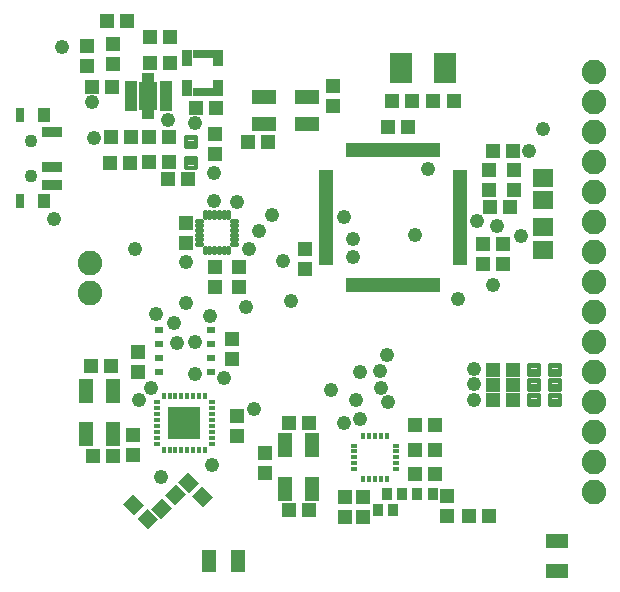
<source format=gts>
G75*
%MOIN*%
%OFA0B0*%
%FSLAX25Y25*%
%IPPOS*%
%LPD*%
%AMOC8*
5,1,8,0,0,1.08239X$1,22.5*
%
%ADD10R,0.05131X0.04737*%
%ADD11R,0.04737X0.05131*%
%ADD12R,0.06693X0.02953*%
%ADD13R,0.03543X0.05315*%
%ADD14R,0.06706X0.05918*%
%ADD15C,0.01421*%
%ADD16R,0.05131X0.01922*%
%ADD17R,0.01922X0.05131*%
%ADD18R,0.04146X0.01969*%
%ADD19R,0.01902X0.03556*%
%ADD20R,0.06496X0.09448*%
%ADD21R,0.07493X0.10249*%
%ADD22R,0.08280X0.05131*%
%ADD23C,0.08200*%
%ADD24R,0.04737X0.07493*%
%ADD25R,0.07493X0.04737*%
%ADD26R,0.03556X0.04343*%
%ADD27R,0.05131X0.08280*%
%ADD28R,0.03162X0.02375*%
%ADD29C,0.01706*%
%ADD30R,0.06706X0.03556*%
%ADD31R,0.03162X0.04737*%
%ADD32R,0.03950X0.04737*%
%ADD33C,0.04343*%
%ADD34R,0.02375X0.01784*%
%ADD35R,0.01784X0.02375*%
%ADD36R,0.10800X0.10800*%
%ADD37C,0.04762*%
D10*
X0078054Y0078400D03*
X0084746Y0078400D03*
G36*
X0091295Y0065754D02*
X0094922Y0062127D01*
X0091573Y0058778D01*
X0087946Y0062405D01*
X0091295Y0065754D01*
G37*
G36*
X0096027Y0061022D02*
X0099654Y0057395D01*
X0096305Y0054046D01*
X0092678Y0057673D01*
X0096027Y0061022D01*
G37*
G36*
X0104322Y0061173D02*
X0100695Y0057546D01*
X0097346Y0060895D01*
X0100973Y0064522D01*
X0104322Y0061173D01*
G37*
G36*
X0109054Y0065905D02*
X0105427Y0062278D01*
X0102078Y0065627D01*
X0105705Y0069254D01*
X0109054Y0065905D01*
G37*
G36*
X0109973Y0066278D02*
X0106346Y0069905D01*
X0109695Y0073254D01*
X0113322Y0069627D01*
X0109973Y0066278D01*
G37*
G36*
X0114705Y0061546D02*
X0111078Y0065173D01*
X0114427Y0068522D01*
X0118054Y0064895D01*
X0114705Y0061546D01*
G37*
X0143354Y0060600D03*
X0150046Y0060600D03*
X0149946Y0089400D03*
X0143254Y0089400D03*
X0185454Y0089000D03*
X0192146Y0089000D03*
X0192046Y0080700D03*
X0185354Y0080700D03*
X0185354Y0072600D03*
X0192046Y0072600D03*
X0203254Y0058600D03*
X0209946Y0058600D03*
X0211454Y0097200D03*
X0211454Y0102200D03*
X0211454Y0107200D03*
X0218146Y0107200D03*
X0218146Y0102200D03*
X0218146Y0097200D03*
X0214846Y0142400D03*
X0208154Y0142400D03*
X0207954Y0149300D03*
X0214646Y0149300D03*
X0217046Y0161600D03*
X0210354Y0161600D03*
X0211354Y0180200D03*
X0218046Y0180200D03*
X0198246Y0197000D03*
X0191554Y0197000D03*
X0184346Y0197000D03*
X0177654Y0197000D03*
X0176454Y0188200D03*
X0183146Y0188200D03*
X0136546Y0183300D03*
X0129854Y0183300D03*
X0119146Y0194600D03*
X0112454Y0194600D03*
X0103346Y0184800D03*
X0096654Y0184800D03*
X0090846Y0184800D03*
X0084154Y0184800D03*
X0083854Y0176300D03*
X0090546Y0176300D03*
X0096854Y0176700D03*
X0103546Y0176700D03*
X0102954Y0170800D03*
X0109646Y0170800D03*
X0084546Y0201400D03*
X0077854Y0201400D03*
X0097154Y0209500D03*
X0103846Y0209500D03*
X0103646Y0218200D03*
X0096954Y0218200D03*
X0089546Y0223400D03*
X0082854Y0223400D03*
X0084046Y0108400D03*
X0077354Y0108400D03*
D11*
X0092900Y0106454D03*
X0092900Y0113146D03*
X0091300Y0085546D03*
X0091300Y0078854D03*
X0126200Y0085154D03*
X0126200Y0091846D03*
X0135500Y0079446D03*
X0135500Y0072754D03*
X0162200Y0064746D03*
X0168200Y0064746D03*
X0168200Y0058054D03*
X0162200Y0058054D03*
X0195900Y0058654D03*
X0195900Y0065346D03*
X0124400Y0110854D03*
X0124400Y0117546D03*
X0126600Y0134954D03*
X0118700Y0134954D03*
X0118700Y0141646D03*
X0126600Y0141646D03*
X0109200Y0149654D03*
X0109200Y0156346D03*
X0118800Y0179154D03*
X0118800Y0185846D03*
X0084700Y0209054D03*
X0084700Y0215746D03*
X0076200Y0215246D03*
X0076200Y0208554D03*
X0148700Y0147546D03*
X0148700Y0140854D03*
X0158200Y0195154D03*
X0158200Y0201846D03*
X0209900Y0173746D03*
X0209900Y0167054D03*
X0218400Y0167254D03*
X0218400Y0173946D03*
D12*
X0114600Y0199999D03*
X0114600Y0212401D03*
D13*
X0109482Y0211220D03*
X0109482Y0201180D03*
X0119718Y0201180D03*
X0119718Y0211220D03*
D14*
X0228000Y0171240D03*
X0228000Y0163760D03*
X0227900Y0154740D03*
X0227900Y0147260D03*
D15*
X0223389Y0108858D02*
X0223389Y0105542D01*
X0223389Y0108858D02*
X0226705Y0108858D01*
X0226705Y0105542D01*
X0223389Y0105542D01*
X0223389Y0106962D02*
X0226705Y0106962D01*
X0226705Y0108382D02*
X0223389Y0108382D01*
X0223389Y0103858D02*
X0223389Y0100542D01*
X0223389Y0103858D02*
X0226705Y0103858D01*
X0226705Y0100542D01*
X0223389Y0100542D01*
X0223389Y0101962D02*
X0226705Y0101962D01*
X0226705Y0103382D02*
X0223389Y0103382D01*
X0223389Y0098858D02*
X0223389Y0095542D01*
X0223389Y0098858D02*
X0226705Y0098858D01*
X0226705Y0095542D01*
X0223389Y0095542D01*
X0223389Y0096962D02*
X0226705Y0096962D01*
X0226705Y0098382D02*
X0223389Y0098382D01*
X0230295Y0098858D02*
X0230295Y0095542D01*
X0230295Y0098858D02*
X0233611Y0098858D01*
X0233611Y0095542D01*
X0230295Y0095542D01*
X0230295Y0096962D02*
X0233611Y0096962D01*
X0233611Y0098382D02*
X0230295Y0098382D01*
X0230295Y0100542D02*
X0230295Y0103858D01*
X0233611Y0103858D01*
X0233611Y0100542D01*
X0230295Y0100542D01*
X0230295Y0101962D02*
X0233611Y0101962D01*
X0233611Y0103382D02*
X0230295Y0103382D01*
X0230295Y0105542D02*
X0230295Y0108858D01*
X0233611Y0108858D01*
X0233611Y0105542D01*
X0230295Y0105542D01*
X0230295Y0106962D02*
X0233611Y0106962D01*
X0233611Y0108382D02*
X0230295Y0108382D01*
X0112258Y0174689D02*
X0108942Y0174689D01*
X0108942Y0178005D01*
X0112258Y0178005D01*
X0112258Y0174689D01*
X0112258Y0176109D02*
X0108942Y0176109D01*
X0108942Y0177529D02*
X0112258Y0177529D01*
X0112258Y0181595D02*
X0108942Y0181595D01*
X0108942Y0184911D01*
X0112258Y0184911D01*
X0112258Y0181595D01*
X0112258Y0183015D02*
X0108942Y0183015D01*
X0108942Y0184435D02*
X0112258Y0184435D01*
D16*
X0155559Y0172864D03*
X0155559Y0170895D03*
X0155559Y0168927D03*
X0155559Y0166958D03*
X0155559Y0164990D03*
X0155559Y0163021D03*
X0155559Y0161053D03*
X0155559Y0159084D03*
X0155559Y0157116D03*
X0155559Y0155147D03*
X0155559Y0153179D03*
X0155559Y0151210D03*
X0155559Y0149242D03*
X0155559Y0147273D03*
X0155559Y0145305D03*
X0155559Y0143336D03*
X0200441Y0143336D03*
X0200441Y0145305D03*
X0200441Y0147273D03*
X0200441Y0149242D03*
X0200441Y0151210D03*
X0200441Y0153179D03*
X0200441Y0155147D03*
X0200441Y0157116D03*
X0200441Y0159084D03*
X0200441Y0161053D03*
X0200441Y0163021D03*
X0200441Y0164990D03*
X0200441Y0166958D03*
X0200441Y0168927D03*
X0200441Y0170895D03*
X0200441Y0172864D03*
D17*
X0192764Y0180541D03*
X0190795Y0180541D03*
X0188827Y0180541D03*
X0186858Y0180541D03*
X0184890Y0180541D03*
X0182921Y0180541D03*
X0180953Y0180541D03*
X0178984Y0180541D03*
X0177016Y0180541D03*
X0175047Y0180541D03*
X0173079Y0180541D03*
X0171110Y0180541D03*
X0169142Y0180541D03*
X0167173Y0180541D03*
X0165205Y0180541D03*
X0163236Y0180541D03*
X0163236Y0135659D03*
X0165205Y0135659D03*
X0167173Y0135659D03*
X0169142Y0135659D03*
X0171110Y0135659D03*
X0173079Y0135659D03*
X0175047Y0135659D03*
X0177016Y0135659D03*
X0178984Y0135659D03*
X0180953Y0135659D03*
X0182921Y0135659D03*
X0184890Y0135659D03*
X0186858Y0135659D03*
X0188827Y0135659D03*
X0190795Y0135659D03*
X0192764Y0135659D03*
D18*
X0102307Y0194563D03*
X0102307Y0196531D03*
X0102307Y0198500D03*
X0102307Y0200469D03*
X0102307Y0202437D03*
X0090693Y0202437D03*
X0090693Y0200469D03*
X0090693Y0198500D03*
X0090693Y0196531D03*
X0090693Y0194563D03*
D19*
X0095516Y0192594D03*
X0097484Y0192594D03*
X0097484Y0204406D03*
X0095516Y0204406D03*
D20*
X0096500Y0198500D03*
D21*
X0180717Y0208000D03*
X0195283Y0208000D03*
D22*
X0149483Y0198328D03*
X0149483Y0189272D03*
X0134917Y0189272D03*
X0134917Y0198328D03*
D23*
X0077200Y0142900D03*
X0077200Y0132900D03*
X0244900Y0136500D03*
X0244900Y0146500D03*
X0244900Y0156500D03*
X0244900Y0166500D03*
X0244900Y0176500D03*
X0244900Y0186500D03*
X0244900Y0196500D03*
X0244900Y0206500D03*
X0244900Y0126500D03*
X0244900Y0116500D03*
X0244900Y0106500D03*
X0244900Y0096500D03*
X0244900Y0086500D03*
X0244900Y0076500D03*
X0244900Y0066500D03*
D24*
X0126421Y0043600D03*
X0116579Y0043600D03*
D25*
X0232600Y0040279D03*
X0232600Y0050121D03*
D26*
X0191259Y0065800D03*
X0186141Y0065800D03*
X0181159Y0065800D03*
X0176041Y0065800D03*
X0178059Y0060600D03*
X0172941Y0060600D03*
D27*
X0151128Y0067617D03*
X0142072Y0067617D03*
X0142072Y0082183D03*
X0151128Y0082183D03*
X0084728Y0085717D03*
X0075672Y0085717D03*
X0075672Y0100283D03*
X0084728Y0100283D03*
D28*
X0100139Y0106413D03*
X0100139Y0111138D03*
X0100139Y0115862D03*
X0100139Y0120587D03*
X0117461Y0120587D03*
X0117461Y0115862D03*
X0117461Y0111138D03*
X0117461Y0106413D03*
D29*
X0116838Y0146466D02*
X0116838Y0147922D01*
X0118413Y0147922D02*
X0118413Y0146466D01*
X0119987Y0146466D02*
X0119987Y0147922D01*
X0121562Y0147922D02*
X0121562Y0146466D01*
X0123137Y0146466D02*
X0123137Y0147922D01*
X0124378Y0149163D02*
X0125834Y0149163D01*
X0125834Y0150738D02*
X0124378Y0150738D01*
X0124378Y0152313D02*
X0125834Y0152313D01*
X0125834Y0153887D02*
X0124378Y0153887D01*
X0124378Y0155462D02*
X0125834Y0155462D01*
X0125834Y0157037D02*
X0124378Y0157037D01*
X0123137Y0158278D02*
X0123137Y0159734D01*
X0121562Y0159734D02*
X0121562Y0158278D01*
X0119987Y0158278D02*
X0119987Y0159734D01*
X0118413Y0159734D02*
X0118413Y0158278D01*
X0116838Y0158278D02*
X0116838Y0159734D01*
X0115263Y0159734D02*
X0115263Y0158278D01*
X0114022Y0157037D02*
X0112566Y0157037D01*
X0112566Y0155462D02*
X0114022Y0155462D01*
X0114022Y0153887D02*
X0112566Y0153887D01*
X0112566Y0152313D02*
X0114022Y0152313D01*
X0114022Y0150738D02*
X0112566Y0150738D01*
X0112566Y0149163D02*
X0114022Y0149163D01*
X0115263Y0147922D02*
X0115263Y0146466D01*
D30*
X0064390Y0168942D03*
X0064390Y0174847D03*
X0064390Y0186658D03*
D31*
X0053563Y0192170D03*
X0053563Y0163430D03*
D32*
X0061831Y0163430D03*
X0061831Y0192170D03*
D33*
X0057500Y0183706D03*
X0057500Y0171894D03*
D34*
X0099445Y0096490D03*
X0099445Y0094521D03*
X0099445Y0092553D03*
X0099445Y0090584D03*
X0099445Y0088616D03*
X0099445Y0086647D03*
X0099445Y0084679D03*
X0099445Y0082710D03*
X0117555Y0082710D03*
X0117555Y0084679D03*
X0117555Y0086647D03*
X0117555Y0088616D03*
X0117555Y0090584D03*
X0117555Y0092553D03*
X0117555Y0094521D03*
X0117555Y0096490D03*
X0165013Y0082037D03*
X0165013Y0080069D03*
X0165013Y0078100D03*
X0165013Y0076131D03*
X0165013Y0074163D03*
X0179187Y0074163D03*
X0179187Y0076131D03*
X0179187Y0078100D03*
X0179187Y0080069D03*
X0179187Y0082037D03*
D35*
X0176037Y0085187D03*
X0174069Y0085187D03*
X0172100Y0085187D03*
X0170131Y0085187D03*
X0168163Y0085187D03*
X0168163Y0071013D03*
X0170131Y0071013D03*
X0172100Y0071013D03*
X0174069Y0071013D03*
X0176037Y0071013D03*
X0115390Y0080545D03*
X0113421Y0080545D03*
X0111453Y0080545D03*
X0109484Y0080545D03*
X0107516Y0080545D03*
X0105547Y0080545D03*
X0103579Y0080545D03*
X0101610Y0080545D03*
X0101610Y0098655D03*
X0103579Y0098655D03*
X0105547Y0098655D03*
X0107516Y0098655D03*
X0109484Y0098655D03*
X0111453Y0098655D03*
X0113421Y0098655D03*
X0115390Y0098655D03*
D36*
X0108500Y0089600D03*
D37*
X0108500Y0089600D03*
X0097500Y0101100D03*
X0093500Y0097200D03*
X0112000Y0105800D03*
X0121700Y0104700D03*
X0131600Y0094100D03*
X0117700Y0075400D03*
X0100600Y0071500D03*
X0106000Y0116200D03*
X0105100Y0122800D03*
X0099200Y0125900D03*
X0109200Y0129600D03*
X0117000Y0125100D03*
X0112100Y0116700D03*
X0128900Y0128300D03*
X0144000Y0130100D03*
X0141300Y0143400D03*
X0130200Y0147400D03*
X0133400Y0153600D03*
X0137600Y0159000D03*
X0126000Y0163300D03*
X0118400Y0163500D03*
X0118400Y0173000D03*
X0112200Y0189400D03*
X0103200Y0190400D03*
X0078300Y0184600D03*
X0077700Y0196400D03*
X0067600Y0215000D03*
X0064900Y0157600D03*
X0092100Y0147400D03*
X0109100Y0143300D03*
X0161700Y0158100D03*
X0164700Y0150900D03*
X0164700Y0144900D03*
X0185500Y0152200D03*
X0206200Y0157000D03*
X0212600Y0155200D03*
X0220600Y0152000D03*
X0211400Y0135400D03*
X0199700Y0130900D03*
X0175900Y0112200D03*
X0173800Y0106900D03*
X0174200Y0101300D03*
X0176400Y0096400D03*
X0167200Y0091000D03*
X0161600Y0089400D03*
X0165700Y0097300D03*
X0157500Y0100500D03*
X0166900Y0106500D03*
X0205000Y0107600D03*
X0205000Y0102600D03*
X0205000Y0097300D03*
X0189600Y0174100D03*
X0223300Y0180300D03*
X0227900Y0187400D03*
M02*

</source>
